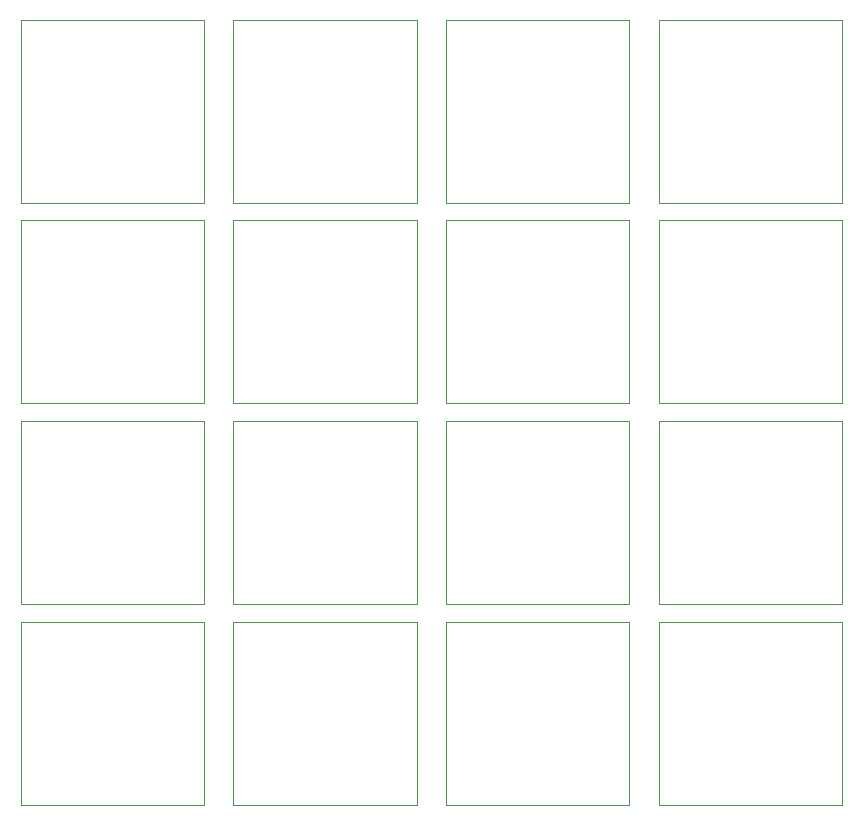
<source format=gbr>
G04 #@! TF.GenerationSoftware,KiCad,Pcbnew,8.0.6*
G04 #@! TF.CreationDate,2024-10-20T21:42:17+02:00*
G04 #@! TF.ProjectId,macropad,6d616372-6f70-4616-942e-6b696361645f,v7.6*
G04 #@! TF.SameCoordinates,Original*
G04 #@! TF.FileFunction,Other,User*
%FSLAX46Y46*%
G04 Gerber Fmt 4.6, Leading zero omitted, Abs format (unit mm)*
G04 Created by KiCad (PCBNEW 8.0.6) date 2024-10-20 21:42:17*
%MOMM*%
%LPD*%
G01*
G04 APERTURE LIST*
%ADD10C,0.050000*%
G04 APERTURE END LIST*
D10*
G04 #@! TO.C,SW4*
X5500000Y-48000000D02*
X5500000Y-63500000D01*
X5500000Y-63500000D02*
X21000000Y-63500000D01*
X21000000Y-48000000D02*
X5500000Y-48000000D01*
X21000000Y-63500000D02*
X21000000Y-48000000D01*
G04 #@! TO.C,SW14*
X41500000Y-82000000D02*
X41500000Y-97500000D01*
X41500000Y-97500000D02*
X57000000Y-97500000D01*
X57000000Y-82000000D02*
X41500000Y-82000000D01*
X57000000Y-97500000D02*
X57000000Y-82000000D01*
G04 #@! TO.C,SW1*
X5500000Y-31000000D02*
X5500000Y-46500000D01*
X5500000Y-46500000D02*
X21000000Y-46500000D01*
X21000000Y-31000000D02*
X5500000Y-31000000D01*
X21000000Y-46500000D02*
X21000000Y-31000000D01*
G04 #@! TO.C,SW8*
X23500000Y-65000000D02*
X23500000Y-80500000D01*
X23500000Y-80500000D02*
X39000000Y-80500000D01*
X39000000Y-65000000D02*
X23500000Y-65000000D01*
X39000000Y-80500000D02*
X39000000Y-65000000D01*
G04 #@! TO.C,SW9*
X41500000Y-65000000D02*
X41500000Y-80500000D01*
X41500000Y-80500000D02*
X57000000Y-80500000D01*
X57000000Y-65000000D02*
X41500000Y-65000000D01*
X57000000Y-80500000D02*
X57000000Y-65000000D01*
G04 #@! TO.C,SW12*
X59500000Y-65000000D02*
X59500000Y-80500000D01*
X59500000Y-80500000D02*
X75000000Y-80500000D01*
X75000000Y-65000000D02*
X59500000Y-65000000D01*
X75000000Y-80500000D02*
X75000000Y-65000000D01*
G04 #@! TO.C,SW6*
X41500000Y-48000000D02*
X41500000Y-63500000D01*
X41500000Y-63500000D02*
X57000000Y-63500000D01*
X57000000Y-48000000D02*
X41500000Y-48000000D01*
X57000000Y-63500000D02*
X57000000Y-48000000D01*
G04 #@! TO.C,SW10*
X59500000Y-31000000D02*
X59500000Y-46500000D01*
X59500000Y-46500000D02*
X75000000Y-46500000D01*
X75000000Y-31000000D02*
X59500000Y-31000000D01*
X75000000Y-46500000D02*
X75000000Y-31000000D01*
G04 #@! TO.C,SW7*
X5500000Y-65000000D02*
X5500000Y-80500000D01*
X5500000Y-80500000D02*
X21000000Y-80500000D01*
X21000000Y-65000000D02*
X5500000Y-65000000D01*
X21000000Y-80500000D02*
X21000000Y-65000000D01*
G04 #@! TO.C,SW2*
X23500000Y-31000000D02*
X23500000Y-46500000D01*
X23500000Y-46500000D02*
X39000000Y-46500000D01*
X39000000Y-31000000D02*
X23500000Y-31000000D01*
X39000000Y-46500000D02*
X39000000Y-31000000D01*
G04 #@! TO.C,SW11*
X59500000Y-48000000D02*
X59500000Y-63500000D01*
X59500000Y-63500000D02*
X75000000Y-63500000D01*
X75000000Y-48000000D02*
X59500000Y-48000000D01*
X75000000Y-63500000D02*
X75000000Y-48000000D01*
G04 #@! TO.C,SW3*
X41500000Y-31000000D02*
X41500000Y-46500000D01*
X41500000Y-46500000D02*
X57000000Y-46500000D01*
X57000000Y-31000000D02*
X41500000Y-31000000D01*
X57000000Y-46500000D02*
X57000000Y-31000000D01*
G04 #@! TO.C,SW16*
X5500000Y-82000000D02*
X5500000Y-97500000D01*
X5500000Y-97500000D02*
X21000000Y-97500000D01*
X21000000Y-82000000D02*
X5500000Y-82000000D01*
X21000000Y-97500000D02*
X21000000Y-82000000D01*
G04 #@! TO.C,SW5*
X23500000Y-48000000D02*
X23500000Y-63500000D01*
X23500000Y-63500000D02*
X39000000Y-63500000D01*
X39000000Y-48000000D02*
X23500000Y-48000000D01*
X39000000Y-63500000D02*
X39000000Y-48000000D01*
G04 #@! TO.C,SW13*
X59500000Y-82000000D02*
X59500000Y-97500000D01*
X59500000Y-97500000D02*
X75000000Y-97500000D01*
X75000000Y-82000000D02*
X59500000Y-82000000D01*
X75000000Y-97500000D02*
X75000000Y-82000000D01*
G04 #@! TO.C,SW15*
X23500000Y-82000000D02*
X23500000Y-97500000D01*
X23500000Y-97500000D02*
X39000000Y-97500000D01*
X39000000Y-82000000D02*
X23500000Y-82000000D01*
X39000000Y-97500000D02*
X39000000Y-82000000D01*
G04 #@! TD*
M02*

</source>
